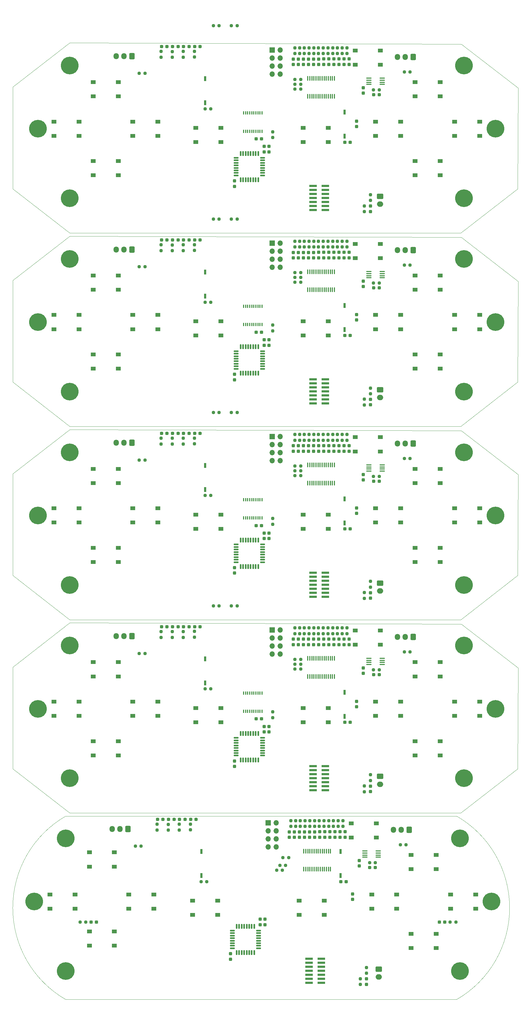
<source format=gbr>
%TF.GenerationSoftware,KiCad,Pcbnew,7.0.6-7.0.6~ubuntu20.04.1*%
%TF.CreationDate,2023-07-11T09:11:54+02:00*%
%TF.ProjectId,output_panel2023-07-11_071138.9032810000,6f757470-7574-45f7-9061-6e656c323032,rev?*%
%TF.SameCoordinates,Original*%
%TF.FileFunction,Soldermask,Top*%
%TF.FilePolarity,Negative*%
%FSLAX45Y45*%
G04 Gerber Fmt 4.5, Leading zero omitted, Abs format (unit mm)*
G04 Created by KiCad (PCBNEW 7.0.6-7.0.6~ubuntu20.04.1) date 2023-07-11 09:11:54*
%MOMM*%
%LPD*%
G01*
G04 APERTURE LIST*
G04 Aperture macros list*
%AMRoundRect*
0 Rectangle with rounded corners*
0 $1 Rounding radius*
0 $2 $3 $4 $5 $6 $7 $8 $9 X,Y pos of 4 corners*
0 Add a 4 corners polygon primitive as box body*
4,1,4,$2,$3,$4,$5,$6,$7,$8,$9,$2,$3,0*
0 Add four circle primitives for the rounded corners*
1,1,$1+$1,$2,$3*
1,1,$1+$1,$4,$5*
1,1,$1+$1,$6,$7*
1,1,$1+$1,$8,$9*
0 Add four rect primitives between the rounded corners*
20,1,$1+$1,$2,$3,$4,$5,0*
20,1,$1+$1,$4,$5,$6,$7,0*
20,1,$1+$1,$6,$7,$8,$9,0*
20,1,$1+$1,$8,$9,$2,$3,0*%
G04 Aperture macros list end*
%TA.AperFunction,Profile*%
%ADD10C,0.100000*%
%TD*%
%TA.AperFunction,Profile*%
%ADD11C,0.050000*%
%TD*%
%ADD12R,1.550000X1.300000*%
%ADD13RoundRect,0.237500X-0.287500X-0.237500X0.287500X-0.237500X0.287500X0.237500X-0.287500X0.237500X0*%
%ADD14RoundRect,0.237500X-0.237500X0.287500X-0.237500X-0.287500X0.237500X-0.287500X0.237500X0.287500X0*%
%ADD15RoundRect,0.237500X0.237500X-0.300000X0.237500X0.300000X-0.237500X0.300000X-0.237500X-0.300000X0*%
%ADD16R,0.760000X1.600000*%
%ADD17RoundRect,0.237500X-0.237500X0.300000X-0.237500X-0.300000X0.237500X-0.300000X0.237500X0.300000X0*%
%ADD18RoundRect,0.237500X0.250000X0.237500X-0.250000X0.237500X-0.250000X-0.237500X0.250000X-0.237500X0*%
%ADD19RoundRect,0.100000X-0.712500X-0.100000X0.712500X-0.100000X0.712500X0.100000X-0.712500X0.100000X0*%
%ADD20RoundRect,0.237500X-0.250000X-0.237500X0.250000X-0.237500X0.250000X0.237500X-0.250000X0.237500X0*%
%ADD21C,5.600000*%
%ADD22RoundRect,0.100000X0.100000X-0.637500X0.100000X0.637500X-0.100000X0.637500X-0.100000X-0.637500X0*%
%ADD23RoundRect,0.237500X-0.237500X0.250000X-0.237500X-0.250000X0.237500X-0.250000X0.237500X0.250000X0*%
%ADD24RoundRect,0.250000X0.600000X0.725000X-0.600000X0.725000X-0.600000X-0.725000X0.600000X-0.725000X0*%
%ADD25O,1.700000X1.950000*%
%ADD26R,1.700000X1.700000*%
%ADD27O,1.700000X1.700000*%
%ADD28RoundRect,0.237500X0.237500X-0.250000X0.237500X0.250000X-0.237500X0.250000X-0.237500X-0.250000X0*%
%ADD29RoundRect,0.125000X0.125000X-0.625000X0.125000X0.625000X-0.125000X0.625000X-0.125000X-0.625000X0*%
%ADD30RoundRect,0.125000X0.625000X-0.125000X0.625000X0.125000X-0.625000X0.125000X-0.625000X-0.125000X0*%
%ADD31RoundRect,0.237500X-0.300000X-0.237500X0.300000X-0.237500X0.300000X0.237500X-0.300000X0.237500X0*%
%ADD32RoundRect,0.237500X0.300000X0.237500X-0.300000X0.237500X-0.300000X-0.237500X0.300000X-0.237500X0*%
%ADD33R,2.400000X0.740000*%
%ADD34R,0.400000X1.000000*%
%ADD35RoundRect,0.250000X-0.750000X0.600000X-0.750000X-0.600000X0.750000X-0.600000X0.750000X0.600000X0*%
%ADD36O,2.000000X1.700000*%
G04 APERTURE END LIST*
D10*
X16050000Y-23029999D02*
X14250000Y-24429999D01*
X14250000Y-6070000D02*
X1850000Y-6070000D01*
X16070000Y-7599999D02*
X16050000Y-10789999D01*
X50000Y-13689999D02*
X1850000Y-12289999D01*
D11*
X14123822Y-30329999D02*
G75*
G03*
X14123822Y-24529999I-1674316J2900000D01*
G01*
D10*
X14250000Y-18309999D02*
X1850000Y-18309999D01*
X1850000Y-12289999D02*
X14270000Y-12329999D01*
X1723822Y-24529999D02*
X14123822Y-24529999D01*
X1723822Y-30329999D02*
X14123822Y-30329999D01*
X50000Y-23029999D02*
X50000Y-19809999D01*
X16050000Y-10789999D02*
X14250000Y-12189999D01*
X14250000Y-12189999D02*
X1850000Y-12189999D01*
X50000Y-16909999D02*
X50000Y-13689999D01*
X1850000Y-18409999D02*
X14270000Y-18449999D01*
X1850000Y-6169999D02*
X14270000Y-6209999D01*
X14250000Y-24429999D02*
X1850000Y-24429999D01*
X50000Y-1450000D02*
X1850000Y-50000D01*
X16050000Y-16909999D02*
X14250000Y-18309999D01*
X14270000Y-6209999D02*
X16070000Y-7599999D01*
X1850000Y-18309999D02*
X50000Y-16909999D01*
X16070000Y-13719999D02*
X16050000Y-16909999D01*
X50000Y-10789999D02*
X50000Y-7569999D01*
X1850000Y-6070000D02*
X50000Y-4670000D01*
X1850000Y-24429999D02*
X50000Y-23029999D01*
D11*
X1723822Y-24529999D02*
G75*
G03*
X1723822Y-30329999I1674316J-2900000D01*
G01*
D10*
X50000Y-7569999D02*
X1850000Y-6169999D01*
X14270000Y-90000D02*
X16070000Y-1480000D01*
X1850000Y-12189999D02*
X50000Y-10789999D01*
X14270000Y-12329999D02*
X16070000Y-13719999D01*
X14270000Y-18449999D02*
X16070000Y-19839999D01*
X50000Y-4670000D02*
X50000Y-1450000D01*
X16070000Y-19839999D02*
X16050000Y-23029999D01*
X16070000Y-1480000D02*
X16050000Y-4670000D01*
X50000Y-19809999D02*
X1850000Y-18409999D01*
X16050000Y-4670000D02*
X14250000Y-6070000D01*
X1850000Y-50000D02*
X14270000Y-90000D01*
D12*
X9126322Y-27204999D03*
X9921322Y-27204999D03*
X9126322Y-27654999D03*
X9921322Y-27654999D03*
D13*
X5462500Y-12409999D03*
X5637500Y-12409999D03*
D14*
X9745000Y-12803749D03*
X9745000Y-12978749D03*
D15*
X7080200Y-10715649D03*
X7080200Y-10543149D03*
D16*
X6150000Y-8070999D03*
X6150000Y-7308999D03*
D12*
X12802500Y-16034999D03*
X13597500Y-16034999D03*
X12802500Y-16484999D03*
X13597500Y-16484999D03*
D17*
X8172400Y-3330950D03*
X8172400Y-3503450D03*
D18*
X9178050Y-7327399D03*
X8995550Y-7327399D03*
D19*
X11338750Y-1172500D03*
X11338750Y-1237500D03*
X11338750Y-1302500D03*
X11338750Y-1367500D03*
X11761250Y-1367500D03*
X11761250Y-1302500D03*
X11761250Y-1237500D03*
X11761250Y-1172500D03*
D20*
X11484750Y-1537600D03*
X11667250Y-1537600D03*
D13*
X4762500Y-170000D03*
X4937500Y-170000D03*
D21*
X1850000Y-770000D03*
D13*
X5812500Y-12409999D03*
X5987500Y-12409999D03*
D20*
X11484750Y-13777599D03*
X11667250Y-13777599D03*
D12*
X2602500Y-22154999D03*
X3397500Y-22154999D03*
X2602500Y-22604999D03*
X3397500Y-22604999D03*
D22*
X9400900Y-7867649D03*
X9465900Y-7867649D03*
X9530900Y-7867649D03*
X9595900Y-7867649D03*
X9660900Y-7867649D03*
X9725900Y-7867649D03*
X9790900Y-7867649D03*
X9855900Y-7867649D03*
X9920900Y-7867649D03*
X9985900Y-7867649D03*
X10050900Y-7867649D03*
X10115900Y-7867649D03*
X10180900Y-7867649D03*
X10245900Y-7867649D03*
X10245900Y-7295149D03*
X10180900Y-7295149D03*
X10115900Y-7295149D03*
X10050900Y-7295149D03*
X9985900Y-7295149D03*
X9920900Y-7295149D03*
X9855900Y-7295149D03*
X9790900Y-7295149D03*
X9725900Y-7295149D03*
X9660900Y-7295149D03*
X9595900Y-7295149D03*
X9530900Y-7295149D03*
X9465900Y-7295149D03*
X9400900Y-7295149D03*
D23*
X5455000Y-18686249D03*
X5455000Y-18868749D03*
D24*
X3825000Y-472500D03*
D25*
X3575000Y-472500D03*
X3325000Y-472500D03*
D26*
X8270000Y-276000D03*
D27*
X8524000Y-276000D03*
X8270000Y-530000D03*
X8524000Y-530000D03*
X8270000Y-784000D03*
X8524000Y-784000D03*
X8270000Y-1038000D03*
X8524000Y-1038000D03*
D24*
X3698822Y-24932499D03*
D25*
X3448822Y-24932499D03*
X3198822Y-24932499D03*
D13*
X5112500Y-6289999D03*
X5287500Y-6289999D03*
D28*
X8290000Y-3050000D03*
X8290000Y-2867500D03*
D22*
X9400900Y-13987649D03*
X9465900Y-13987649D03*
X9530900Y-13987649D03*
X9595900Y-13987649D03*
X9660900Y-13987649D03*
X9725900Y-13987649D03*
X9790900Y-13987649D03*
X9855900Y-13987649D03*
X9920900Y-13987649D03*
X9985900Y-13987649D03*
X10050900Y-13987649D03*
X10115900Y-13987649D03*
X10180900Y-13987649D03*
X10245900Y-13987649D03*
X10245900Y-13415149D03*
X10180900Y-13415149D03*
X10115900Y-13415149D03*
X10050900Y-13415149D03*
X9985900Y-13415149D03*
X9920900Y-13415149D03*
X9855900Y-13415149D03*
X9790900Y-13415149D03*
X9725900Y-13415149D03*
X9660900Y-13415149D03*
X9595900Y-13415149D03*
X9530900Y-13415149D03*
X9465900Y-13415149D03*
X9400900Y-13415149D03*
D28*
X8290000Y-9169999D03*
X8290000Y-8987499D03*
D18*
X9178050Y-1359800D03*
X8995550Y-1359800D03*
D14*
X8942500Y-12804999D03*
X8942500Y-12979999D03*
D17*
X11390000Y-11337499D03*
X11390000Y-11509999D03*
D21*
X14350000Y-17209999D03*
D28*
X8990000Y-392500D03*
X8990000Y-210000D03*
D21*
X1850000Y-13009999D03*
D14*
X9745000Y-6683749D03*
X9745000Y-6858749D03*
D13*
X11488500Y-13929999D03*
X11663500Y-13929999D03*
D28*
X10340000Y-392500D03*
X10340000Y-210000D03*
D20*
X4058750Y-1020000D03*
X4241250Y-1020000D03*
D12*
X3852500Y-20904999D03*
X4647500Y-20904999D03*
X3852500Y-21354999D03*
X4647500Y-21354999D03*
D28*
X10640000Y-6512499D03*
X10640000Y-6329999D03*
D21*
X1723822Y-25229999D03*
D20*
X13913775Y-27884999D03*
X14096275Y-27884999D03*
D13*
X11488500Y-1690000D03*
X11663500Y-1690000D03*
D28*
X9890000Y-392500D03*
X9890000Y-210000D03*
D12*
X9252500Y-14984999D03*
X10047500Y-14984999D03*
X9252500Y-15434999D03*
X10047500Y-15434999D03*
D20*
X6143750Y-14379999D03*
X6326250Y-14379999D03*
X4058750Y-13259999D03*
X4241250Y-13259999D03*
D28*
X9740000Y-18752499D03*
X9740000Y-18569999D03*
D14*
X9582500Y-12804999D03*
X9582500Y-12979999D03*
D21*
X723822Y-27229999D03*
D13*
X5812500Y-18529999D03*
X5987500Y-18529999D03*
D21*
X14223822Y-25229999D03*
D17*
X8046222Y-27790949D03*
X8046222Y-27963449D03*
D28*
X9313822Y-24852499D03*
X9313822Y-24669999D03*
D20*
X4058750Y-19379999D03*
X4241250Y-19379999D03*
D23*
X5455000Y-12566249D03*
X5455000Y-12748749D03*
D22*
X9274722Y-26207649D03*
X9339722Y-26207649D03*
X9404722Y-26207649D03*
X9469722Y-26207649D03*
X9534722Y-26207649D03*
X9599722Y-26207649D03*
X9664722Y-26207649D03*
X9729722Y-26207649D03*
X9794722Y-26207649D03*
X9859722Y-26207649D03*
X9924722Y-26207649D03*
X9989722Y-26207649D03*
X10054722Y-26207649D03*
X10119722Y-26207649D03*
X10119722Y-25635149D03*
X10054722Y-25635149D03*
X9989722Y-25635149D03*
X9924722Y-25635149D03*
X9859722Y-25635149D03*
X9794722Y-25635149D03*
X9729722Y-25635149D03*
X9664722Y-25635149D03*
X9599722Y-25635149D03*
X9534722Y-25635149D03*
X9469722Y-25635149D03*
X9404722Y-25635149D03*
X9339722Y-25635149D03*
X9274722Y-25635149D03*
D17*
X11028822Y-25933749D03*
X11028822Y-26106249D03*
D20*
X6407500Y-11749999D03*
X6590000Y-11749999D03*
D14*
X9102500Y-18924999D03*
X9102500Y-19099999D03*
D20*
X8995550Y-7632199D03*
X9178050Y-7632199D03*
D13*
X4986322Y-24629999D03*
X5161322Y-24629999D03*
D23*
X5810000Y-12561249D03*
X5810000Y-12743749D03*
D14*
X10227500Y-12802499D03*
X10227500Y-12977499D03*
X9136322Y-25024999D03*
X9136322Y-25199999D03*
X10387500Y-12802499D03*
X10387500Y-12977499D03*
D12*
X14052500Y-20904999D03*
X14847500Y-20904999D03*
X14052500Y-21354999D03*
X14847500Y-21354999D03*
D23*
X5810000Y-18681249D03*
X5810000Y-18863749D03*
X11390000Y-4858750D03*
X11390000Y-5041250D03*
D20*
X6407500Y490000D03*
X6590000Y490000D03*
D14*
X10710000Y-12802499D03*
X10710000Y-12977499D03*
D24*
X12740400Y-18856199D03*
D25*
X12490400Y-18856199D03*
X12240400Y-18856199D03*
D29*
X7143822Y-28847499D03*
X7223822Y-28847499D03*
X7303822Y-28847499D03*
X7383822Y-28847499D03*
X7463822Y-28847499D03*
X7543822Y-28847499D03*
X7623822Y-28847499D03*
X7703822Y-28847499D03*
D30*
X7841322Y-28709999D03*
X7841322Y-28629999D03*
X7841322Y-28549999D03*
X7841322Y-28469999D03*
X7841322Y-28389999D03*
X7841322Y-28309999D03*
X7841322Y-28229999D03*
X7841322Y-28149999D03*
D29*
X7703822Y-28012499D03*
X7623822Y-28012499D03*
X7543822Y-28012499D03*
X7463822Y-28012499D03*
X7383822Y-28012499D03*
X7303822Y-28012499D03*
X7223822Y-28012499D03*
X7143822Y-28012499D03*
D30*
X7006322Y-28149999D03*
X7006322Y-28229999D03*
X7006322Y-28309999D03*
X7006322Y-28389999D03*
X7006322Y-28469999D03*
X7006322Y-28549999D03*
X7006322Y-28629999D03*
X7006322Y-28709999D03*
D28*
X9590000Y-6512499D03*
X9590000Y-6329999D03*
X8990000Y-18752499D03*
X8990000Y-18569999D03*
X9890000Y-6512499D03*
X9890000Y-6329999D03*
D22*
X9400900Y-20107649D03*
X9465900Y-20107649D03*
X9530900Y-20107649D03*
X9595900Y-20107649D03*
X9660900Y-20107649D03*
X9725900Y-20107649D03*
X9790900Y-20107649D03*
X9855900Y-20107649D03*
X9920900Y-20107649D03*
X9985900Y-20107649D03*
X10050900Y-20107649D03*
X10115900Y-20107649D03*
X10180900Y-20107649D03*
X10245900Y-20107649D03*
X10245900Y-19535149D03*
X10180900Y-19535149D03*
X10115900Y-19535149D03*
X10050900Y-19535149D03*
X9985900Y-19535149D03*
X9920900Y-19535149D03*
X9855900Y-19535149D03*
X9790900Y-19535149D03*
X9725900Y-19535149D03*
X9660900Y-19535149D03*
X9595900Y-19535149D03*
X9530900Y-19535149D03*
X9465900Y-19535149D03*
X9400900Y-19535149D03*
D14*
X10547500Y-12802499D03*
X10547500Y-12977499D03*
D12*
X11552500Y-8664999D03*
X12347500Y-8664999D03*
X11552500Y-9114999D03*
X12347500Y-9114999D03*
X12802500Y-9914999D03*
X13597500Y-9914999D03*
X12802500Y-10364999D03*
X13597500Y-10364999D03*
D21*
X1850000Y-17209999D03*
D13*
X5112500Y-12409999D03*
X5287500Y-12409999D03*
D14*
X9582500Y-6684999D03*
X9582500Y-6859999D03*
D20*
X6978750Y-5629999D03*
X7161250Y-5629999D03*
D12*
X2602500Y-13534999D03*
X3397500Y-13534999D03*
X2602500Y-13984999D03*
X3397500Y-13984999D03*
D23*
X5102500Y-6448749D03*
X5102500Y-6631249D03*
D28*
X10340000Y-18752499D03*
X10340000Y-18569999D03*
D31*
X10573250Y-3197000D03*
X10745750Y-3197000D03*
D14*
X9907500Y-562500D03*
X9907500Y-737500D03*
D23*
X5455000Y-6446249D03*
X5455000Y-6628749D03*
X11390000Y-23218749D03*
X11390000Y-23401249D03*
D12*
X11552500Y-14784999D03*
X12347500Y-14784999D03*
X11552500Y-15234999D03*
X12347500Y-15234999D03*
X5852500Y-21104999D03*
X6647500Y-21104999D03*
X5852500Y-21554999D03*
X6647500Y-21554999D03*
D14*
X9262500Y-18924999D03*
X9262500Y-19099999D03*
X8816322Y-25024999D03*
X8816322Y-25199999D03*
D28*
X10190000Y-392500D03*
X10190000Y-210000D03*
D18*
X9178050Y-19719799D03*
X8995550Y-19719799D03*
D26*
X8270000Y-12515999D03*
D27*
X8524000Y-12515999D03*
X8270000Y-12769999D03*
X8524000Y-12769999D03*
X8270000Y-13023999D03*
X8524000Y-13023999D03*
X8270000Y-13277999D03*
X8524000Y-13277999D03*
D13*
X4762500Y-18529999D03*
X4937500Y-18529999D03*
D17*
X11390000Y-17457499D03*
X11390000Y-17629999D03*
X10949500Y-14771999D03*
X10949500Y-14944499D03*
D14*
X9296322Y-25024999D03*
X9296322Y-25199999D03*
X9422500Y-565000D03*
X9422500Y-740000D03*
D13*
X11362322Y-26149999D03*
X11537322Y-26149999D03*
D20*
X11358572Y-25997599D03*
X11541072Y-25997599D03*
D12*
X10776322Y-24754999D03*
X11571322Y-24754999D03*
X10776322Y-25204999D03*
X11571322Y-25204999D03*
D31*
X10573250Y-21556999D03*
X10745750Y-21556999D03*
D28*
X9140000Y-18752499D03*
X9140000Y-18569999D03*
D12*
X9252500Y-8864999D03*
X10047500Y-8864999D03*
X9252500Y-9314999D03*
X10047500Y-9314999D03*
D14*
X10710000Y-562500D03*
X10710000Y-737500D03*
D32*
X7936250Y-9209999D03*
X7763750Y-9209999D03*
D26*
X8270000Y-6395999D03*
D27*
X8524000Y-6395999D03*
X8270000Y-6649999D03*
X8524000Y-6649999D03*
X8270000Y-6903999D03*
X8524000Y-6903999D03*
X8270000Y-7157999D03*
X8524000Y-7157999D03*
D28*
X9913822Y-24852499D03*
X9913822Y-24669999D03*
D18*
X2365870Y-27884999D03*
X2183370Y-27884999D03*
D14*
X9422500Y-6684999D03*
X9422500Y-6859999D03*
X9907500Y-12802499D03*
X9907500Y-12977499D03*
D28*
X9740000Y-12632499D03*
X9740000Y-12449999D03*
D14*
X9422500Y-18924999D03*
X9422500Y-19099999D03*
D17*
X8020000Y-15570949D03*
X8020000Y-15743449D03*
D14*
X9781322Y-25022499D03*
X9781322Y-25197499D03*
D28*
X10490000Y-6512499D03*
X10490000Y-6329999D03*
D12*
X2602500Y-7414999D03*
X3397500Y-7414999D03*
X2602500Y-7864999D03*
X3397500Y-7864999D03*
D23*
X11390000Y-10978749D03*
X11390000Y-11161249D03*
D28*
X10490000Y-18752499D03*
X10490000Y-18569999D03*
D21*
X14350000Y-6889999D03*
D13*
X4762500Y-6289999D03*
X4937500Y-6289999D03*
D12*
X12802500Y-3795000D03*
X13597500Y-3795000D03*
X12802500Y-4245000D03*
X13597500Y-4245000D03*
D29*
X7270000Y-10507499D03*
X7350000Y-10507499D03*
X7430000Y-10507499D03*
X7510000Y-10507499D03*
X7590000Y-10507499D03*
X7670000Y-10507499D03*
X7750000Y-10507499D03*
X7830000Y-10507499D03*
D30*
X7967500Y-10369999D03*
X7967500Y-10289999D03*
X7967500Y-10209999D03*
X7967500Y-10129999D03*
X7967500Y-10049999D03*
X7967500Y-9969999D03*
X7967500Y-9889999D03*
X7967500Y-9809999D03*
D29*
X7830000Y-9672499D03*
X7750000Y-9672499D03*
X7670000Y-9672499D03*
X7590000Y-9672499D03*
X7510000Y-9672499D03*
X7430000Y-9672499D03*
X7350000Y-9672499D03*
X7270000Y-9672499D03*
D30*
X7132500Y-9809999D03*
X7132500Y-9889999D03*
X7132500Y-9969999D03*
X7132500Y-10049999D03*
X7132500Y-10129999D03*
X7132500Y-10209999D03*
X7132500Y-10289999D03*
X7132500Y-10369999D03*
D23*
X4626322Y-24786249D03*
X4626322Y-24968749D03*
D33*
X9441322Y-29042999D03*
X9831322Y-29042999D03*
X9441322Y-29169999D03*
X9831322Y-29169999D03*
X9441322Y-29296999D03*
X9831322Y-29296999D03*
X9441322Y-29423999D03*
X9831322Y-29423999D03*
X9441322Y-29550999D03*
X9831322Y-29550999D03*
X9441322Y-29677999D03*
X9831322Y-29677999D03*
X9441322Y-29804999D03*
X9831322Y-29804999D03*
D20*
X11484750Y-19897599D03*
X11667250Y-19897599D03*
D15*
X7080200Y-4595650D03*
X7080200Y-4423150D03*
D28*
X10490000Y-392500D03*
X10490000Y-210000D03*
D12*
X12802500Y-13534999D03*
X13597500Y-13534999D03*
X12802500Y-13984999D03*
X13597500Y-13984999D03*
D29*
X7270000Y-4387500D03*
X7350000Y-4387500D03*
X7430000Y-4387500D03*
X7510000Y-4387500D03*
X7590000Y-4387500D03*
X7670000Y-4387500D03*
X7750000Y-4387500D03*
X7830000Y-4387500D03*
D30*
X7967500Y-4250000D03*
X7967500Y-4170000D03*
X7967500Y-4090000D03*
X7967500Y-4010000D03*
X7967500Y-3930000D03*
X7967500Y-3850000D03*
X7967500Y-3770000D03*
X7967500Y-3690000D03*
D29*
X7830000Y-3552500D03*
X7750000Y-3552500D03*
X7670000Y-3552500D03*
X7590000Y-3552500D03*
X7510000Y-3552500D03*
X7430000Y-3552500D03*
X7350000Y-3552500D03*
X7270000Y-3552500D03*
D30*
X7132500Y-3690000D03*
X7132500Y-3770000D03*
X7132500Y-3850000D03*
X7132500Y-3930000D03*
X7132500Y-4010000D03*
X7132500Y-4090000D03*
X7132500Y-4170000D03*
X7132500Y-4250000D03*
D24*
X12740400Y-12736199D03*
D25*
X12490400Y-12736199D03*
X12240400Y-12736199D03*
D23*
X4976322Y-24788749D03*
X4976322Y-24971249D03*
D14*
X10547500Y-562500D03*
X10547500Y-737500D03*
D28*
X9290000Y-392500D03*
X9290000Y-210000D03*
D13*
X5686322Y-24629999D03*
X5861322Y-24629999D03*
D23*
X11390000Y-17098749D03*
X11390000Y-17281249D03*
D22*
X9400900Y-1747650D03*
X9465900Y-1747650D03*
X9530900Y-1747650D03*
X9595900Y-1747650D03*
X9660900Y-1747650D03*
X9725900Y-1747650D03*
X9790900Y-1747650D03*
X9855900Y-1747650D03*
X9920900Y-1747650D03*
X9985900Y-1747650D03*
X10050900Y-1747650D03*
X10115900Y-1747650D03*
X10180900Y-1747650D03*
X10245900Y-1747650D03*
X10245900Y-1175150D03*
X10180900Y-1175150D03*
X10115900Y-1175150D03*
X10050900Y-1175150D03*
X9985900Y-1175150D03*
X9920900Y-1175150D03*
X9855900Y-1175150D03*
X9790900Y-1175150D03*
X9725900Y-1175150D03*
X9660900Y-1175150D03*
X9595900Y-1175150D03*
X9530900Y-1175150D03*
X9465900Y-1175150D03*
X9400900Y-1175150D03*
D17*
X11155000Y-19833749D03*
X11155000Y-20006249D03*
D12*
X14052500Y-14784999D03*
X14847500Y-14784999D03*
X14052500Y-15234999D03*
X14847500Y-15234999D03*
D20*
X4058750Y-7139999D03*
X4241250Y-7139999D03*
D23*
X5102500Y-18688749D03*
X5102500Y-18871249D03*
D34*
X7365000Y-2850000D03*
X7430000Y-2850000D03*
X7495000Y-2850000D03*
X7560000Y-2850000D03*
X7625000Y-2850000D03*
X7690000Y-2850000D03*
X7755000Y-2850000D03*
X7820000Y-2850000D03*
X7885000Y-2850000D03*
X7950000Y-2850000D03*
X7950000Y-2270000D03*
X7885000Y-2270000D03*
X7820000Y-2270000D03*
X7755000Y-2270000D03*
X7690000Y-2270000D03*
X7625000Y-2270000D03*
X7560000Y-2270000D03*
X7495000Y-2270000D03*
X7430000Y-2270000D03*
X7365000Y-2270000D03*
D32*
X7936250Y-15329999D03*
X7763750Y-15329999D03*
D28*
X9013822Y-24852499D03*
X9013822Y-24669999D03*
D14*
X10227500Y-562500D03*
X10227500Y-737500D03*
D17*
X10949500Y-2532000D03*
X10949500Y-2704500D03*
D24*
X12740400Y-6616199D03*
D25*
X12490400Y-6616199D03*
X12240400Y-6616199D03*
D28*
X10040000Y-12632499D03*
X10040000Y-12449999D03*
D14*
X9262500Y-565000D03*
X9262500Y-740000D03*
X9582500Y-18924999D03*
X9582500Y-19099999D03*
D17*
X8172400Y-15570949D03*
X8172400Y-15743449D03*
X11390000Y-23577499D03*
X11390000Y-23749999D03*
D12*
X5747322Y-27204999D03*
X6542322Y-27204999D03*
X5747322Y-27654999D03*
X6542322Y-27654999D03*
D21*
X1723822Y-29429999D03*
D28*
X10040000Y-6512499D03*
X10040000Y-6329999D03*
X10490000Y-12632499D03*
X10490000Y-12449999D03*
X9290000Y-18752499D03*
X9290000Y-18569999D03*
X8290000Y-15289999D03*
X8290000Y-15107499D03*
D24*
X12740400Y-496200D03*
D25*
X12490400Y-496200D03*
X12240400Y-496200D03*
D17*
X11390000Y-5217500D03*
X11390000Y-5390000D03*
D21*
X850000Y-2770000D03*
D14*
X10067500Y-12802499D03*
X10067500Y-12977499D03*
D12*
X12676322Y-28254999D03*
X13471322Y-28254999D03*
X12676322Y-28704999D03*
X13471322Y-28704999D03*
D21*
X14350000Y-770000D03*
X15350000Y-2770000D03*
D14*
X9102500Y-6684999D03*
X9102500Y-6859999D03*
D23*
X5455000Y-326250D03*
X5455000Y-508750D03*
D28*
X10063822Y-24852499D03*
X10063822Y-24669999D03*
X9140000Y-392500D03*
X9140000Y-210000D03*
D21*
X1850000Y-23329999D03*
D12*
X10902500Y-12534999D03*
X11697500Y-12534999D03*
X10902500Y-12984999D03*
X11697500Y-12984999D03*
X11426322Y-27004999D03*
X12221322Y-27004999D03*
X11426322Y-27454999D03*
X12221322Y-27454999D03*
D17*
X8172400Y-21690949D03*
X8172400Y-21863449D03*
D19*
X11212572Y-25632499D03*
X11212572Y-25697499D03*
X11212572Y-25762499D03*
X11212572Y-25827499D03*
X11635072Y-25827499D03*
X11635072Y-25762499D03*
X11635072Y-25697499D03*
X11635072Y-25632499D03*
D12*
X10902500Y-295000D03*
X11697500Y-295000D03*
X10902500Y-745000D03*
X11697500Y-745000D03*
D23*
X4752500Y-12566249D03*
X4752500Y-12748749D03*
D14*
X10227500Y-18922499D03*
X10227500Y-19097499D03*
D20*
X6407500Y-17869999D03*
X6590000Y-17869999D03*
D23*
X4752500Y-18686249D03*
X4752500Y-18868749D03*
D12*
X2602500Y-19654999D03*
X3397500Y-19654999D03*
X2602500Y-20104999D03*
X3397500Y-20104999D03*
D13*
X5462500Y-170000D03*
X5637500Y-170000D03*
D28*
X9590000Y-392500D03*
X9590000Y-210000D03*
D14*
X10421322Y-25022499D03*
X10421322Y-25197499D03*
D20*
X3932572Y-25479999D03*
X4115072Y-25479999D03*
D14*
X8976222Y-25024999D03*
X8976222Y-25199999D03*
D21*
X1850000Y-6889999D03*
D14*
X10710000Y-18922499D03*
X10710000Y-19097499D03*
D20*
X6143750Y-20499999D03*
X6326250Y-20499999D03*
D28*
X9140000Y-12632499D03*
X9140000Y-12449999D03*
D17*
X10823322Y-26991999D03*
X10823322Y-27164499D03*
D28*
X9613822Y-24852499D03*
X9613822Y-24669999D03*
X9590000Y-18752499D03*
X9590000Y-18569999D03*
D13*
X5812500Y-170000D03*
X5987500Y-170000D03*
D12*
X2602500Y-1295000D03*
X3397500Y-1295000D03*
X2602500Y-1745000D03*
X3397500Y-1745000D03*
X1352500Y-20904999D03*
X2147500Y-20904999D03*
X1352500Y-21354999D03*
X2147500Y-21354999D03*
D18*
X9178050Y-13447399D03*
X8995550Y-13447399D03*
D29*
X7270000Y-16627499D03*
X7350000Y-16627499D03*
X7430000Y-16627499D03*
X7510000Y-16627499D03*
X7590000Y-16627499D03*
X7670000Y-16627499D03*
X7750000Y-16627499D03*
X7830000Y-16627499D03*
D30*
X7967500Y-16489999D03*
X7967500Y-16409999D03*
X7967500Y-16329999D03*
X7967500Y-16249999D03*
X7967500Y-16169999D03*
X7967500Y-16089999D03*
X7967500Y-16009999D03*
X7967500Y-15929999D03*
D29*
X7830000Y-15792499D03*
X7750000Y-15792499D03*
X7670000Y-15792499D03*
X7590000Y-15792499D03*
X7510000Y-15792499D03*
X7430000Y-15792499D03*
X7350000Y-15792499D03*
X7270000Y-15792499D03*
D30*
X7132500Y-15929999D03*
X7132500Y-16009999D03*
X7132500Y-16089999D03*
X7132500Y-16169999D03*
X7132500Y-16249999D03*
X7132500Y-16329999D03*
X7132500Y-16409999D03*
X7132500Y-16489999D03*
D21*
X15350000Y-15009999D03*
D20*
X6143750Y-2140000D03*
X6326250Y-2140000D03*
D23*
X4752500Y-6446249D03*
X4752500Y-6628749D03*
D14*
X9262500Y-6684999D03*
X9262500Y-6859999D03*
X8942500Y-565000D03*
X8942500Y-740000D03*
D12*
X10902500Y-6414999D03*
X11697500Y-6414999D03*
X10902500Y-6864999D03*
X11697500Y-6864999D03*
D28*
X8990000Y-6512499D03*
X8990000Y-6329999D03*
D17*
X11263822Y-29677499D03*
X11263822Y-29849999D03*
D12*
X14052500Y-8664999D03*
X14847500Y-8664999D03*
X14052500Y-9114999D03*
X14847500Y-9114999D03*
D33*
X9567500Y-16822999D03*
X9957500Y-16822999D03*
X9567500Y-16949999D03*
X9957500Y-16949999D03*
X9567500Y-17076999D03*
X9957500Y-17076999D03*
X9567500Y-17203999D03*
X9957500Y-17203999D03*
X9567500Y-17330999D03*
X9957500Y-17330999D03*
X9567500Y-17457999D03*
X9957500Y-17457999D03*
X9567500Y-17584999D03*
X9957500Y-17584999D03*
D23*
X11190000Y-5212500D03*
X11190000Y-5395000D03*
D20*
X6978750Y-11749999D03*
X7161250Y-11749999D03*
D16*
X6023822Y-26410999D03*
X6023822Y-25648999D03*
D20*
X12458750Y-970000D03*
X12641250Y-970000D03*
D28*
X9290000Y-12632499D03*
X9290000Y-12449999D03*
X9890000Y-12632499D03*
X9890000Y-12449999D03*
X8863822Y-24852499D03*
X8863822Y-24669999D03*
D20*
X12332572Y-25429999D03*
X12515072Y-25429999D03*
X6143750Y-8259999D03*
X6326250Y-8259999D03*
D13*
X5112500Y-170000D03*
X5287500Y-170000D03*
X5462500Y-18529999D03*
X5637500Y-18529999D03*
D12*
X13926322Y-27004999D03*
X14721322Y-27004999D03*
X13926322Y-27454999D03*
X14721322Y-27454999D03*
D28*
X9440000Y-18752499D03*
X9440000Y-18569999D03*
D16*
X6150000Y-20310999D03*
X6150000Y-19548999D03*
D23*
X4752500Y-326250D03*
X4752500Y-508750D03*
D17*
X11155000Y-1473750D03*
X11155000Y-1646250D03*
D14*
X10710000Y-6682499D03*
X10710000Y-6857499D03*
D24*
X3825000Y-12712499D03*
D25*
X3575000Y-12712499D03*
X3325000Y-12712499D03*
D24*
X3825000Y-6592499D03*
D25*
X3575000Y-6592499D03*
X3325000Y-6592499D03*
D12*
X2602500Y-9914999D03*
X3397500Y-9914999D03*
X2602500Y-10364999D03*
X3397500Y-10364999D03*
D29*
X7270000Y-22747499D03*
X7350000Y-22747499D03*
X7430000Y-22747499D03*
X7510000Y-22747499D03*
X7590000Y-22747499D03*
X7670000Y-22747499D03*
X7750000Y-22747499D03*
X7830000Y-22747499D03*
D30*
X7967500Y-22609999D03*
X7967500Y-22529999D03*
X7967500Y-22449999D03*
X7967500Y-22369999D03*
X7967500Y-22289999D03*
X7967500Y-22209999D03*
X7967500Y-22129999D03*
X7967500Y-22049999D03*
D29*
X7830000Y-21912499D03*
X7750000Y-21912499D03*
X7670000Y-21912499D03*
X7590000Y-21912499D03*
X7510000Y-21912499D03*
X7430000Y-21912499D03*
X7350000Y-21912499D03*
X7270000Y-21912499D03*
D30*
X7132500Y-22049999D03*
X7132500Y-22129999D03*
X7132500Y-22209999D03*
X7132500Y-22289999D03*
X7132500Y-22369999D03*
X7132500Y-22449999D03*
X7132500Y-22529999D03*
X7132500Y-22609999D03*
D20*
X6407500Y-5629999D03*
X6590000Y-5629999D03*
D14*
X10387500Y-562500D03*
X10387500Y-737500D03*
D20*
X6978750Y490000D03*
X7161250Y490000D03*
D14*
X10387500Y-18922499D03*
X10387500Y-19097499D03*
X9745000Y-18923749D03*
X9745000Y-19098749D03*
D21*
X14350000Y-13009999D03*
D26*
X8270000Y-18635999D03*
D27*
X8524000Y-18635999D03*
X8270000Y-18889999D03*
X8524000Y-18889999D03*
X8270000Y-19143999D03*
X8524000Y-19143999D03*
X8270000Y-19397999D03*
X8524000Y-19397999D03*
D19*
X11338750Y-19532499D03*
X11338750Y-19597499D03*
X11338750Y-19662499D03*
X11338750Y-19727499D03*
X11761250Y-19727499D03*
X11761250Y-19662499D03*
X11761250Y-19597499D03*
X11761250Y-19532499D03*
D28*
X10040000Y-392500D03*
X10040000Y-210000D03*
D24*
X12614222Y-24956199D03*
D25*
X12364222Y-24956199D03*
X12114222Y-24956199D03*
D18*
X9178050Y-19567399D03*
X8995550Y-19567399D03*
D12*
X14052500Y-2545000D03*
X14847500Y-2545000D03*
X14052500Y-2995000D03*
X14847500Y-2995000D03*
D28*
X9440000Y-12632499D03*
X9440000Y-12449999D03*
D21*
X15350000Y-8889999D03*
D14*
X9941322Y-25022499D03*
X9941322Y-25197499D03*
D12*
X2476322Y-25674999D03*
X3271322Y-25674999D03*
X2476322Y-26124999D03*
X3271322Y-26124999D03*
D14*
X10387500Y-6682499D03*
X10387500Y-6857499D03*
D21*
X14350000Y-23329999D03*
D14*
X9745000Y-563750D03*
X9745000Y-738750D03*
D20*
X8995550Y-19872199D03*
X9178050Y-19872199D03*
D16*
X6150000Y-14190999D03*
X6150000Y-13428999D03*
D21*
X850000Y-8889999D03*
D24*
X3825000Y-18832499D03*
D25*
X3575000Y-18832499D03*
X3325000Y-18832499D03*
D17*
X7893822Y-27790949D03*
X7893822Y-27963449D03*
D12*
X1352500Y-14784999D03*
X2147500Y-14784999D03*
X1352500Y-15234999D03*
X2147500Y-15234999D03*
D17*
X8020000Y-3330950D03*
X8020000Y-3503450D03*
D12*
X3726322Y-27004999D03*
X4521322Y-27004999D03*
X3726322Y-27454999D03*
X4521322Y-27454999D03*
D28*
X10640000Y-392500D03*
X10640000Y-210000D03*
D23*
X11063822Y-29672499D03*
X11063822Y-29854999D03*
D28*
X9890000Y-18752499D03*
X9890000Y-18569999D03*
D14*
X10067500Y-562500D03*
X10067500Y-737500D03*
D16*
X10567000Y-3008000D03*
X10567000Y-2246000D03*
D32*
X7936250Y-21449999D03*
X7763750Y-21449999D03*
D14*
X9907500Y-6682499D03*
X9907500Y-6857499D03*
D12*
X11552500Y-20904999D03*
X12347500Y-20904999D03*
X11552500Y-21354999D03*
X12347500Y-21354999D03*
D21*
X1850000Y-19129999D03*
D13*
X4762500Y-12409999D03*
X4937500Y-12409999D03*
D18*
X8796072Y-25839999D03*
X8613572Y-25839999D03*
D14*
X10583822Y-25022499D03*
X10583822Y-25197499D03*
D17*
X8172400Y-9450949D03*
X8172400Y-9623449D03*
D13*
X11488500Y-20049999D03*
X11663500Y-20049999D03*
D31*
X10573250Y-9316999D03*
X10745750Y-9316999D03*
D28*
X10640000Y-18752499D03*
X10640000Y-18569999D03*
D12*
X9252500Y-2745000D03*
X10047500Y-2745000D03*
X9252500Y-3195000D03*
X10047500Y-3195000D03*
D16*
X6150000Y-1951000D03*
X6150000Y-1189000D03*
D18*
X9178050Y-7479799D03*
X8995550Y-7479799D03*
D28*
X10340000Y-6512499D03*
X10340000Y-6329999D03*
D21*
X15350000Y-21129999D03*
D12*
X12802500Y-7414999D03*
X13597500Y-7414999D03*
X12802500Y-7864999D03*
X13597500Y-7864999D03*
X1352500Y-8664999D03*
X2147500Y-8664999D03*
X1352500Y-9114999D03*
X2147500Y-9114999D03*
D21*
X850000Y-15009999D03*
D12*
X2602500Y-3795000D03*
X3397500Y-3795000D03*
X2602500Y-4245000D03*
X3397500Y-4245000D03*
D15*
X7080200Y-16835649D03*
X7080200Y-16663149D03*
D12*
X5852500Y-2745000D03*
X6647500Y-2745000D03*
X5852500Y-3195000D03*
X6647500Y-3195000D03*
D23*
X5102500Y-328750D03*
X5102500Y-511250D03*
D12*
X2602500Y-16034999D03*
X3397500Y-16034999D03*
X2602500Y-16484999D03*
X3397500Y-16484999D03*
D20*
X12458750Y-19329999D03*
X12641250Y-19329999D03*
D33*
X9567500Y-10702999D03*
X9957500Y-10702999D03*
X9567500Y-10829999D03*
X9957500Y-10829999D03*
X9567500Y-10956999D03*
X9957500Y-10956999D03*
X9567500Y-11083999D03*
X9957500Y-11083999D03*
X9567500Y-11210999D03*
X9957500Y-11210999D03*
X9567500Y-11337999D03*
X9957500Y-11337999D03*
X9567500Y-11464999D03*
X9957500Y-11464999D03*
D20*
X8413572Y-26239999D03*
X8596072Y-26239999D03*
D12*
X10902500Y-18654999D03*
X11697500Y-18654999D03*
X10902500Y-19104999D03*
X11697500Y-19104999D03*
D14*
X9456322Y-25024999D03*
X9456322Y-25199999D03*
X10067500Y-6682499D03*
X10067500Y-6857499D03*
X9262500Y-12804999D03*
X9262500Y-12979999D03*
X10547500Y-18922499D03*
X10547500Y-19097499D03*
D17*
X10949500Y-8651999D03*
X10949500Y-8824499D03*
D20*
X12458750Y-13209999D03*
X12641250Y-13209999D03*
D17*
X8020000Y-21690949D03*
X8020000Y-21863449D03*
D12*
X3852500Y-2545000D03*
X4647500Y-2545000D03*
X3852500Y-2995000D03*
X4647500Y-2995000D03*
D14*
X9102500Y-12804999D03*
X9102500Y-12979999D03*
D21*
X14223822Y-29429999D03*
D12*
X5852500Y-14984999D03*
X6647500Y-14984999D03*
X5852500Y-15434999D03*
X6647500Y-15434999D03*
D16*
X10567000Y-21367999D03*
X10567000Y-20605999D03*
D21*
X1850000Y-11089999D03*
D23*
X5810000Y-321250D03*
X5810000Y-503750D03*
D28*
X10190000Y-18752499D03*
X10190000Y-18569999D03*
X9740000Y-6512499D03*
X9740000Y-6329999D03*
D14*
X8942500Y-18924999D03*
X8942500Y-19099999D03*
X9422500Y-12804999D03*
X9422500Y-12979999D03*
D28*
X10213822Y-24852499D03*
X10213822Y-24669999D03*
D18*
X9178050Y-1207400D03*
X8995550Y-1207400D03*
D21*
X14350000Y-11089999D03*
D14*
X8942500Y-6684999D03*
X8942500Y-6859999D03*
D12*
X3852500Y-8664999D03*
X4647500Y-8664999D03*
X3852500Y-9114999D03*
X4647500Y-9114999D03*
D13*
X5812500Y-6289999D03*
X5987500Y-6289999D03*
D28*
X9160822Y-24852499D03*
X9160822Y-24669999D03*
X9140000Y-6512499D03*
X9140000Y-6329999D03*
D14*
X9102500Y-565000D03*
X9102500Y-740000D03*
D23*
X11263822Y-29318749D03*
X11263822Y-29501249D03*
D31*
X2528370Y-27884999D03*
X2700870Y-27884999D03*
D19*
X11338750Y-7292499D03*
X11338750Y-7357499D03*
X11338750Y-7422499D03*
X11338750Y-7487499D03*
X11761250Y-7487499D03*
X11761250Y-7422499D03*
X11761250Y-7357499D03*
X11761250Y-7292499D03*
D17*
X8020000Y-9450949D03*
X8020000Y-9623449D03*
D12*
X5852500Y-8864999D03*
X6647500Y-8864999D03*
X5852500Y-9314999D03*
X6647500Y-9314999D03*
D16*
X10567000Y-9127999D03*
X10567000Y-8365999D03*
D28*
X9440000Y-6512499D03*
X9440000Y-6329999D03*
D12*
X12802500Y-1295000D03*
X13597500Y-1295000D03*
X12802500Y-1745000D03*
X13597500Y-1745000D03*
D32*
X7936250Y-3090000D03*
X7763750Y-3090000D03*
D28*
X10363822Y-24852499D03*
X10363822Y-24669999D03*
D21*
X850000Y-21129999D03*
D20*
X11484750Y-7657599D03*
X11667250Y-7657599D03*
D23*
X5810000Y-6441249D03*
X5810000Y-6623749D03*
D28*
X8990000Y-12632499D03*
X8990000Y-12449999D03*
D12*
X3852500Y-14784999D03*
X4647500Y-14784999D03*
X3852500Y-15234999D03*
X4647500Y-15234999D03*
X12676322Y-25754999D03*
X13471322Y-25754999D03*
X12676322Y-26204999D03*
X13471322Y-26204999D03*
D21*
X14350000Y-4970000D03*
D31*
X10573250Y-15436999D03*
X10745750Y-15436999D03*
D17*
X10949500Y-20891999D03*
X10949500Y-21064499D03*
D14*
X10547500Y-6682499D03*
X10547500Y-6857499D03*
D21*
X1850000Y-4970000D03*
D28*
X10190000Y-6512499D03*
X10190000Y-6329999D03*
D17*
X11155000Y-13713749D03*
X11155000Y-13886249D03*
D33*
X9567500Y-4583000D03*
X9957500Y-4583000D03*
X9567500Y-4710000D03*
X9957500Y-4710000D03*
X9567500Y-4837000D03*
X9957500Y-4837000D03*
X9567500Y-4964000D03*
X9957500Y-4964000D03*
X9567500Y-5091000D03*
X9957500Y-5091000D03*
X9567500Y-5218000D03*
X9957500Y-5218000D03*
X9567500Y-5345000D03*
X9957500Y-5345000D03*
D34*
X7365000Y-15089999D03*
X7430000Y-15089999D03*
X7495000Y-15089999D03*
X7560000Y-15089999D03*
X7625000Y-15089999D03*
X7690000Y-15089999D03*
X7755000Y-15089999D03*
X7820000Y-15089999D03*
X7885000Y-15089999D03*
X7950000Y-15089999D03*
X7950000Y-14509999D03*
X7885000Y-14509999D03*
X7820000Y-14509999D03*
X7755000Y-14509999D03*
X7690000Y-14509999D03*
X7625000Y-14509999D03*
X7560000Y-14509999D03*
X7495000Y-14509999D03*
X7430000Y-14509999D03*
X7365000Y-14509999D03*
D28*
X9463822Y-24852499D03*
X9463822Y-24669999D03*
D23*
X5102500Y-12568749D03*
X5102500Y-12751249D03*
D14*
X10261322Y-25022499D03*
X10261322Y-25197499D03*
D23*
X11190000Y-11332499D03*
X11190000Y-11514999D03*
D14*
X9619822Y-25023749D03*
X9619822Y-25198749D03*
D28*
X9740000Y-392500D03*
X9740000Y-210000D03*
D12*
X9252500Y-21104999D03*
X10047500Y-21104999D03*
X9252500Y-21554999D03*
X10047500Y-21554999D03*
D16*
X10440822Y-26410999D03*
X10440822Y-25648999D03*
D20*
X12458750Y-7089999D03*
X12641250Y-7089999D03*
D31*
X10447072Y-26599999D03*
X10619572Y-26599999D03*
D20*
X8995550Y-1512200D03*
X9178050Y-1512200D03*
D13*
X5462500Y-6289999D03*
X5637500Y-6289999D03*
D20*
X6017572Y-26599999D03*
X6200072Y-26599999D03*
D13*
X5336322Y-24629999D03*
X5511322Y-24629999D03*
D12*
X1226322Y-27004999D03*
X2021322Y-27004999D03*
X1226322Y-27454999D03*
X2021322Y-27454999D03*
D34*
X7365000Y-8969999D03*
X7430000Y-8969999D03*
X7495000Y-8969999D03*
X7560000Y-8969999D03*
X7625000Y-8969999D03*
X7690000Y-8969999D03*
X7755000Y-8969999D03*
X7820000Y-8969999D03*
X7885000Y-8969999D03*
X7950000Y-8969999D03*
X7950000Y-8389999D03*
X7885000Y-8389999D03*
X7820000Y-8389999D03*
X7755000Y-8389999D03*
X7690000Y-8389999D03*
X7625000Y-8389999D03*
X7560000Y-8389999D03*
X7495000Y-8389999D03*
X7430000Y-8389999D03*
X7365000Y-8389999D03*
D23*
X11190000Y-17452499D03*
X11190000Y-17634999D03*
D12*
X12802500Y-19654999D03*
X13597500Y-19654999D03*
X12802500Y-20104999D03*
X13597500Y-20104999D03*
D14*
X10067500Y-18922499D03*
X10067500Y-19097499D03*
D12*
X11552500Y-2545000D03*
X12347500Y-2545000D03*
X11552500Y-2995000D03*
X12347500Y-2995000D03*
D23*
X5328822Y-24786249D03*
X5328822Y-24968749D03*
D28*
X9290000Y-6512499D03*
X9290000Y-6329999D03*
D12*
X12802500Y-22154999D03*
X13597500Y-22154999D03*
X12802500Y-22604999D03*
X13597500Y-22604999D03*
D14*
X10101322Y-25022499D03*
X10101322Y-25197499D03*
D28*
X8290000Y-21409999D03*
X8290000Y-21227499D03*
D16*
X10567000Y-15247999D03*
X10567000Y-14485999D03*
D28*
X9440000Y-392500D03*
X9440000Y-210000D03*
D33*
X9567500Y-22942999D03*
X9957500Y-22942999D03*
X9567500Y-23069999D03*
X9957500Y-23069999D03*
X9567500Y-23196999D03*
X9957500Y-23196999D03*
X9567500Y-23323999D03*
X9957500Y-23323999D03*
X9567500Y-23450999D03*
X9957500Y-23450999D03*
X9567500Y-23577999D03*
X9957500Y-23577999D03*
X9567500Y-23704999D03*
X9957500Y-23704999D03*
D18*
X9178050Y-13599799D03*
X8995550Y-13599799D03*
D28*
X10190000Y-12632499D03*
X10190000Y-12449999D03*
D26*
X8143822Y-24735999D03*
D27*
X8397822Y-24735999D03*
X8143822Y-24989999D03*
X8397822Y-24989999D03*
X8143822Y-25243999D03*
X8397822Y-25243999D03*
X8143822Y-25497999D03*
X8397822Y-25497999D03*
D13*
X5112500Y-18529999D03*
X5287500Y-18529999D03*
D18*
X8696072Y-26089999D03*
X8513572Y-26089999D03*
D19*
X11338750Y-13412499D03*
X11338750Y-13477499D03*
X11338750Y-13542499D03*
X11338750Y-13607499D03*
X11761250Y-13607499D03*
X11761250Y-13542499D03*
X11761250Y-13477499D03*
X11761250Y-13412499D03*
D23*
X11190000Y-23572499D03*
X11190000Y-23754999D03*
D12*
X1352500Y-2545000D03*
X2147500Y-2545000D03*
X1352500Y-2995000D03*
X2147500Y-2995000D03*
D21*
X14350000Y-19129999D03*
D14*
X9582500Y-565000D03*
X9582500Y-740000D03*
X9907500Y-18922499D03*
X9907500Y-19097499D03*
D13*
X11488500Y-7809999D03*
X11663500Y-7809999D03*
D32*
X13741275Y-27884999D03*
X13568775Y-27884999D03*
D21*
X15223822Y-27229999D03*
D34*
X7365000Y-21209999D03*
X7430000Y-21209999D03*
X7495000Y-21209999D03*
X7560000Y-21209999D03*
X7625000Y-21209999D03*
X7690000Y-21209999D03*
X7755000Y-21209999D03*
X7820000Y-21209999D03*
X7885000Y-21209999D03*
X7950000Y-21209999D03*
X7950000Y-20629999D03*
X7885000Y-20629999D03*
X7820000Y-20629999D03*
X7755000Y-20629999D03*
X7690000Y-20629999D03*
X7625000Y-20629999D03*
X7560000Y-20629999D03*
X7495000Y-20629999D03*
X7430000Y-20629999D03*
X7365000Y-20629999D03*
D28*
X10513822Y-24852499D03*
X10513822Y-24669999D03*
D17*
X11155000Y-7593749D03*
X11155000Y-7766249D03*
D28*
X10640000Y-12632499D03*
X10640000Y-12449999D03*
X10040000Y-18752499D03*
X10040000Y-18569999D03*
D13*
X4636322Y-24629999D03*
X4811322Y-24629999D03*
D17*
X6954022Y-28883149D03*
X6954022Y-29055649D03*
D23*
X5683822Y-24781249D03*
X5683822Y-24963749D03*
D20*
X8995550Y-13752199D03*
X9178050Y-13752199D03*
D14*
X10227500Y-6682499D03*
X10227500Y-6857499D03*
D28*
X9590000Y-12632499D03*
X9590000Y-12449999D03*
D12*
X2476322Y-28174999D03*
X3271322Y-28174999D03*
X2476322Y-28624999D03*
X3271322Y-28624999D03*
D20*
X6978750Y-17869999D03*
X7161250Y-17869999D03*
D28*
X10340000Y-12632499D03*
X10340000Y-12449999D03*
D15*
X7080200Y-22955649D03*
X7080200Y-22783149D03*
D28*
X9763822Y-24852499D03*
X9763822Y-24669999D03*
D35*
X11690000Y-23269999D03*
D36*
X11690000Y-23519999D03*
D35*
X11651322Y-29369999D03*
D36*
X11651322Y-29619999D03*
D35*
X11690000Y-17149999D03*
D36*
X11690000Y-17399999D03*
D35*
X11690000Y-4910000D03*
D36*
X11690000Y-5160000D03*
D35*
X11690000Y-11029999D03*
D36*
X11690000Y-11279999D03*
M02*

</source>
